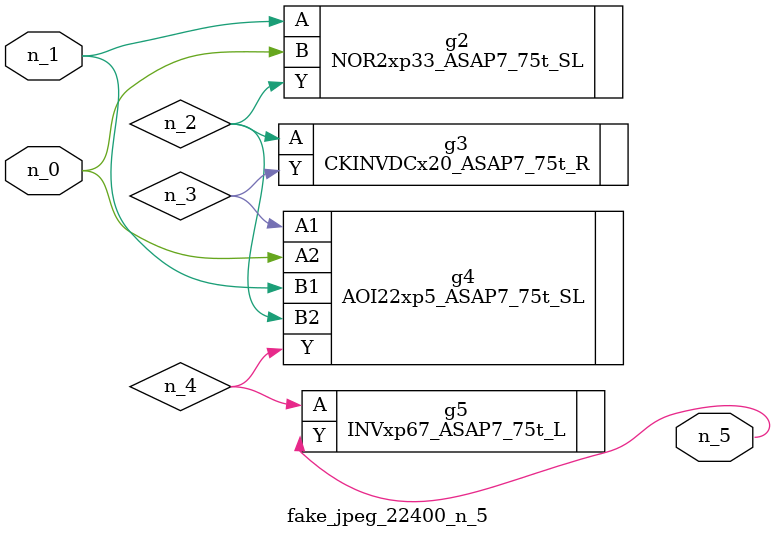
<source format=v>
module fake_jpeg_22400_n_5 (n_0, n_1, n_5);

input n_0;
input n_1;

output n_5;

wire n_3;
wire n_2;
wire n_4;

NOR2xp33_ASAP7_75t_SL g2 ( 
.A(n_1),
.B(n_0),
.Y(n_2)
);

CKINVDCx20_ASAP7_75t_R g3 ( 
.A(n_2),
.Y(n_3)
);

AOI22xp5_ASAP7_75t_SL g4 ( 
.A1(n_3),
.A2(n_0),
.B1(n_1),
.B2(n_2),
.Y(n_4)
);

INVxp67_ASAP7_75t_L g5 ( 
.A(n_4),
.Y(n_5)
);


endmodule
</source>
